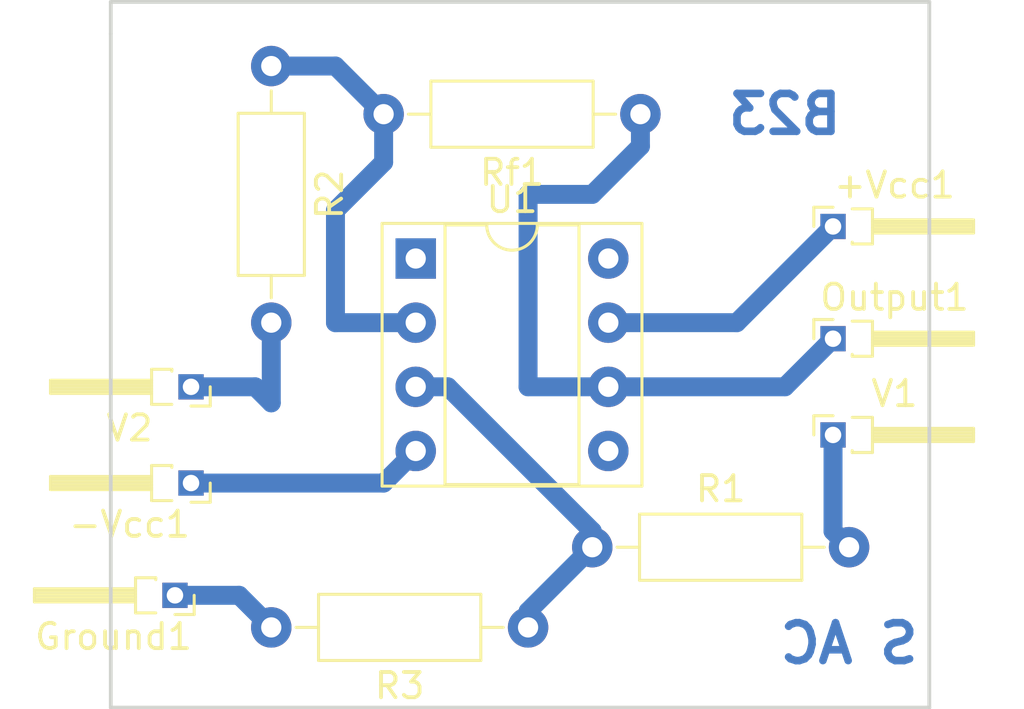
<source format=kicad_pcb>
(kicad_pcb (version 4) (host pcbnew 4.0.7)

  (general
    (links 11)
    (no_connects 0)
    (area 130.7975 73.584999 171.462501 101.81)
    (thickness 1.6)
    (drawings 7)
    (tracks 29)
    (zones 0)
    (modules 11)
    (nets 12)
  )

  (page A4)
  (layers
    (0 F.Cu signal)
    (31 B.Cu signal)
    (32 B.Adhes user)
    (33 F.Adhes user)
    (34 B.Paste user)
    (35 F.Paste user)
    (36 B.SilkS user)
    (37 F.SilkS user)
    (38 B.Mask user)
    (39 F.Mask user)
    (40 Dwgs.User user)
    (41 Cmts.User user)
    (42 Eco1.User user)
    (43 Eco2.User user)
    (44 Edge.Cuts user)
    (45 Margin user)
    (46 B.CrtYd user)
    (47 F.CrtYd user)
    (48 B.Fab user)
    (49 F.Fab user)
  )

  (setup
    (last_trace_width 0.75)
    (trace_clearance 0.2)
    (zone_clearance 0.508)
    (zone_45_only no)
    (trace_min 0.2)
    (segment_width 0.2)
    (edge_width 0.15)
    (via_size 0.6)
    (via_drill 0.4)
    (via_min_size 0.4)
    (via_min_drill 0.3)
    (uvia_size 0.3)
    (uvia_drill 0.1)
    (uvias_allowed no)
    (uvia_min_size 0.2)
    (uvia_min_drill 0.1)
    (pcb_text_width 0.3)
    (pcb_text_size 1.5 1.5)
    (mod_edge_width 0.15)
    (mod_text_size 1 1)
    (mod_text_width 0.15)
    (pad_size 1.524 1.524)
    (pad_drill 0.762)
    (pad_to_mask_clearance 0.2)
    (aux_axis_origin 0 0)
    (visible_elements FFFFFF7F)
    (pcbplotparams
      (layerselection 0x0d030_80000001)
      (usegerberextensions false)
      (excludeedgelayer true)
      (linewidth 0.100000)
      (plotframeref false)
      (viasonmask false)
      (mode 1)
      (useauxorigin false)
      (hpglpennumber 1)
      (hpglpenspeed 20)
      (hpglpendiameter 15)
      (hpglpenoverlay 2)
      (psnegative false)
      (psa4output false)
      (plotreference true)
      (plotvalue true)
      (plotinvisibletext false)
      (padsonsilk false)
      (subtractmaskfromsilk false)
      (outputformat 4)
      (mirror false)
      (drillshape 0)
      (scaleselection 1)
      (outputdirectory ""))
  )

  (net 0 "")
  (net 1 "Net-(+Vcc1-Pad1)")
  (net 2 "Net-(-Vcc1-Pad1)")
  (net 3 "Net-(Ground1-Pad1)")
  (net 4 "Net-(Output1-Pad1)")
  (net 5 "Net-(R1-Pad1)")
  (net 6 "Net-(R1-Pad2)")
  (net 7 "Net-(R2-Pad1)")
  (net 8 "Net-(R2-Pad2)")
  (net 9 "Net-(U1-Pad1)")
  (net 10 "Net-(U1-Pad5)")
  (net 11 "Net-(U1-Pad8)")

  (net_class Default "This is the default net class."
    (clearance 0.2)
    (trace_width 0.75)
    (via_dia 0.6)
    (via_drill 0.4)
    (uvia_dia 0.3)
    (uvia_drill 0.1)
    (add_net "Net-(+Vcc1-Pad1)")
    (add_net "Net-(-Vcc1-Pad1)")
    (add_net "Net-(Ground1-Pad1)")
    (add_net "Net-(Output1-Pad1)")
    (add_net "Net-(R1-Pad1)")
    (add_net "Net-(R1-Pad2)")
    (add_net "Net-(R2-Pad1)")
    (add_net "Net-(R2-Pad2)")
    (add_net "Net-(U1-Pad1)")
    (add_net "Net-(U1-Pad5)")
    (add_net "Net-(U1-Pad8)")
  )

  (module Pin_Headers:Pin_Header_Angled_1x01_Pitch1.27mm (layer F.Cu) (tedit 59650535) (tstamp 5C5C30D9)
    (at 163.83 82.55)
    (descr "Through hole angled pin header, 1x01, 1.27mm pitch, 4.0mm pin length, single row")
    (tags "Through hole angled pin header THT 1x01 1.27mm single row")
    (path /5C5C28AD)
    (fp_text reference +Vcc1 (at 2.4325 -1.635) (layer F.SilkS)
      (effects (font (size 1 1) (thickness 0.15)))
    )
    (fp_text value +12V (at 2.4325 1.635) (layer F.Fab)
      (effects (font (size 1 1) (thickness 0.15)))
    )
    (fp_line (start 0.75 -0.635) (end 1.5 -0.635) (layer F.Fab) (width 0.1))
    (fp_line (start 1.5 -0.635) (end 1.5 0.635) (layer F.Fab) (width 0.1))
    (fp_line (start 1.5 0.635) (end 0.5 0.635) (layer F.Fab) (width 0.1))
    (fp_line (start 0.5 0.635) (end 0.5 -0.385) (layer F.Fab) (width 0.1))
    (fp_line (start 0.5 -0.385) (end 0.75 -0.635) (layer F.Fab) (width 0.1))
    (fp_line (start -0.2 -0.2) (end 0.5 -0.2) (layer F.Fab) (width 0.1))
    (fp_line (start -0.2 -0.2) (end -0.2 0.2) (layer F.Fab) (width 0.1))
    (fp_line (start -0.2 0.2) (end 0.5 0.2) (layer F.Fab) (width 0.1))
    (fp_line (start 1.5 -0.2) (end 5.5 -0.2) (layer F.Fab) (width 0.1))
    (fp_line (start 5.5 -0.2) (end 5.5 0.2) (layer F.Fab) (width 0.1))
    (fp_line (start 1.5 0.2) (end 5.5 0.2) (layer F.Fab) (width 0.1))
    (fp_line (start 0.76 -0.695) (end 1.56 -0.695) (layer F.SilkS) (width 0.12))
    (fp_line (start 1.56 -0.695) (end 1.56 0.695) (layer F.SilkS) (width 0.12))
    (fp_line (start 1.56 0.695) (end 0.76 0.695) (layer F.SilkS) (width 0.12))
    (fp_line (start 0.76 0.695) (end 0.76 0.619677) (layer F.SilkS) (width 0.12))
    (fp_line (start 1.56 -0.26) (end 5.56 -0.26) (layer F.SilkS) (width 0.12))
    (fp_line (start 5.56 -0.26) (end 5.56 0.26) (layer F.SilkS) (width 0.12))
    (fp_line (start 5.56 0.26) (end 1.56 0.26) (layer F.SilkS) (width 0.12))
    (fp_line (start 1.56 -0.2) (end 5.56 -0.2) (layer F.SilkS) (width 0.12))
    (fp_line (start 1.56 -0.08) (end 5.56 -0.08) (layer F.SilkS) (width 0.12))
    (fp_line (start 1.56 0.04) (end 5.56 0.04) (layer F.SilkS) (width 0.12))
    (fp_line (start 1.56 0.16) (end 5.56 0.16) (layer F.SilkS) (width 0.12))
    (fp_line (start -0.76 0) (end -0.76 -0.76) (layer F.SilkS) (width 0.12))
    (fp_line (start -0.76 -0.76) (end 0 -0.76) (layer F.SilkS) (width 0.12))
    (fp_line (start -1.15 -1.15) (end -1.15 1.15) (layer F.CrtYd) (width 0.05))
    (fp_line (start -1.15 1.15) (end 6 1.15) (layer F.CrtYd) (width 0.05))
    (fp_line (start 6 1.15) (end 6 -1.15) (layer F.CrtYd) (width 0.05))
    (fp_line (start 6 -1.15) (end -1.15 -1.15) (layer F.CrtYd) (width 0.05))
    (fp_text user %R (at 1 0 90) (layer F.Fab)
      (effects (font (size 0.6 0.6) (thickness 0.09)))
    )
    (pad 1 thru_hole rect (at 0 0) (size 1 1) (drill 0.65) (layers *.Cu *.Mask)
      (net 1 "Net-(+Vcc1-Pad1)"))
    (model ${KISYS3DMOD}/Pin_Headers.3dshapes/Pin_Header_Angled_1x01_Pitch1.27mm.wrl
      (at (xyz 0 0 0))
      (scale (xyz 1 1 1))
      (rotate (xyz 0 0 0))
    )
  )

  (module Pin_Headers:Pin_Header_Angled_1x01_Pitch1.27mm (layer F.Cu) (tedit 59650535) (tstamp 5C5C30DE)
    (at 138.43 92.71 180)
    (descr "Through hole angled pin header, 1x01, 1.27mm pitch, 4.0mm pin length, single row")
    (tags "Through hole angled pin header THT 1x01 1.27mm single row")
    (path /5C5C28D2)
    (fp_text reference -Vcc1 (at 2.4325 -1.635 180) (layer F.SilkS)
      (effects (font (size 1 1) (thickness 0.15)))
    )
    (fp_text value -12V (at 2.4325 1.635 180) (layer F.Fab)
      (effects (font (size 1 1) (thickness 0.15)))
    )
    (fp_line (start 0.75 -0.635) (end 1.5 -0.635) (layer F.Fab) (width 0.1))
    (fp_line (start 1.5 -0.635) (end 1.5 0.635) (layer F.Fab) (width 0.1))
    (fp_line (start 1.5 0.635) (end 0.5 0.635) (layer F.Fab) (width 0.1))
    (fp_line (start 0.5 0.635) (end 0.5 -0.385) (layer F.Fab) (width 0.1))
    (fp_line (start 0.5 -0.385) (end 0.75 -0.635) (layer F.Fab) (width 0.1))
    (fp_line (start -0.2 -0.2) (end 0.5 -0.2) (layer F.Fab) (width 0.1))
    (fp_line (start -0.2 -0.2) (end -0.2 0.2) (layer F.Fab) (width 0.1))
    (fp_line (start -0.2 0.2) (end 0.5 0.2) (layer F.Fab) (width 0.1))
    (fp_line (start 1.5 -0.2) (end 5.5 -0.2) (layer F.Fab) (width 0.1))
    (fp_line (start 5.5 -0.2) (end 5.5 0.2) (layer F.Fab) (width 0.1))
    (fp_line (start 1.5 0.2) (end 5.5 0.2) (layer F.Fab) (width 0.1))
    (fp_line (start 0.76 -0.695) (end 1.56 -0.695) (layer F.SilkS) (width 0.12))
    (fp_line (start 1.56 -0.695) (end 1.56 0.695) (layer F.SilkS) (width 0.12))
    (fp_line (start 1.56 0.695) (end 0.76 0.695) (layer F.SilkS) (width 0.12))
    (fp_line (start 0.76 0.695) (end 0.76 0.619677) (layer F.SilkS) (width 0.12))
    (fp_line (start 1.56 -0.26) (end 5.56 -0.26) (layer F.SilkS) (width 0.12))
    (fp_line (start 5.56 -0.26) (end 5.56 0.26) (layer F.SilkS) (width 0.12))
    (fp_line (start 5.56 0.26) (end 1.56 0.26) (layer F.SilkS) (width 0.12))
    (fp_line (start 1.56 -0.2) (end 5.56 -0.2) (layer F.SilkS) (width 0.12))
    (fp_line (start 1.56 -0.08) (end 5.56 -0.08) (layer F.SilkS) (width 0.12))
    (fp_line (start 1.56 0.04) (end 5.56 0.04) (layer F.SilkS) (width 0.12))
    (fp_line (start 1.56 0.16) (end 5.56 0.16) (layer F.SilkS) (width 0.12))
    (fp_line (start -0.76 0) (end -0.76 -0.76) (layer F.SilkS) (width 0.12))
    (fp_line (start -0.76 -0.76) (end 0 -0.76) (layer F.SilkS) (width 0.12))
    (fp_line (start -1.15 -1.15) (end -1.15 1.15) (layer F.CrtYd) (width 0.05))
    (fp_line (start -1.15 1.15) (end 6 1.15) (layer F.CrtYd) (width 0.05))
    (fp_line (start 6 1.15) (end 6 -1.15) (layer F.CrtYd) (width 0.05))
    (fp_line (start 6 -1.15) (end -1.15 -1.15) (layer F.CrtYd) (width 0.05))
    (fp_text user %R (at 1 0 270) (layer F.Fab)
      (effects (font (size 0.6 0.6) (thickness 0.09)))
    )
    (pad 1 thru_hole rect (at 0 0 180) (size 1 1) (drill 0.65) (layers *.Cu *.Mask)
      (net 2 "Net-(-Vcc1-Pad1)"))
    (model ${KISYS3DMOD}/Pin_Headers.3dshapes/Pin_Header_Angled_1x01_Pitch1.27mm.wrl
      (at (xyz 0 0 0))
      (scale (xyz 1 1 1))
      (rotate (xyz 0 0 0))
    )
  )

  (module Pin_Headers:Pin_Header_Angled_1x01_Pitch1.27mm (layer F.Cu) (tedit 59650535) (tstamp 5C5C30E3)
    (at 137.795 97.155 180)
    (descr "Through hole angled pin header, 1x01, 1.27mm pitch, 4.0mm pin length, single row")
    (tags "Through hole angled pin header THT 1x01 1.27mm single row")
    (path /5C5C2E96)
    (fp_text reference Ground1 (at 2.4325 -1.635 180) (layer F.SilkS)
      (effects (font (size 1 1) (thickness 0.15)))
    )
    (fp_text value Gnd (at 2.4325 1.635 180) (layer F.Fab)
      (effects (font (size 1 1) (thickness 0.15)))
    )
    (fp_line (start 0.75 -0.635) (end 1.5 -0.635) (layer F.Fab) (width 0.1))
    (fp_line (start 1.5 -0.635) (end 1.5 0.635) (layer F.Fab) (width 0.1))
    (fp_line (start 1.5 0.635) (end 0.5 0.635) (layer F.Fab) (width 0.1))
    (fp_line (start 0.5 0.635) (end 0.5 -0.385) (layer F.Fab) (width 0.1))
    (fp_line (start 0.5 -0.385) (end 0.75 -0.635) (layer F.Fab) (width 0.1))
    (fp_line (start -0.2 -0.2) (end 0.5 -0.2) (layer F.Fab) (width 0.1))
    (fp_line (start -0.2 -0.2) (end -0.2 0.2) (layer F.Fab) (width 0.1))
    (fp_line (start -0.2 0.2) (end 0.5 0.2) (layer F.Fab) (width 0.1))
    (fp_line (start 1.5 -0.2) (end 5.5 -0.2) (layer F.Fab) (width 0.1))
    (fp_line (start 5.5 -0.2) (end 5.5 0.2) (layer F.Fab) (width 0.1))
    (fp_line (start 1.5 0.2) (end 5.5 0.2) (layer F.Fab) (width 0.1))
    (fp_line (start 0.76 -0.695) (end 1.56 -0.695) (layer F.SilkS) (width 0.12))
    (fp_line (start 1.56 -0.695) (end 1.56 0.695) (layer F.SilkS) (width 0.12))
    (fp_line (start 1.56 0.695) (end 0.76 0.695) (layer F.SilkS) (width 0.12))
    (fp_line (start 0.76 0.695) (end 0.76 0.619677) (layer F.SilkS) (width 0.12))
    (fp_line (start 1.56 -0.26) (end 5.56 -0.26) (layer F.SilkS) (width 0.12))
    (fp_line (start 5.56 -0.26) (end 5.56 0.26) (layer F.SilkS) (width 0.12))
    (fp_line (start 5.56 0.26) (end 1.56 0.26) (layer F.SilkS) (width 0.12))
    (fp_line (start 1.56 -0.2) (end 5.56 -0.2) (layer F.SilkS) (width 0.12))
    (fp_line (start 1.56 -0.08) (end 5.56 -0.08) (layer F.SilkS) (width 0.12))
    (fp_line (start 1.56 0.04) (end 5.56 0.04) (layer F.SilkS) (width 0.12))
    (fp_line (start 1.56 0.16) (end 5.56 0.16) (layer F.SilkS) (width 0.12))
    (fp_line (start -0.76 0) (end -0.76 -0.76) (layer F.SilkS) (width 0.12))
    (fp_line (start -0.76 -0.76) (end 0 -0.76) (layer F.SilkS) (width 0.12))
    (fp_line (start -1.15 -1.15) (end -1.15 1.15) (layer F.CrtYd) (width 0.05))
    (fp_line (start -1.15 1.15) (end 6 1.15) (layer F.CrtYd) (width 0.05))
    (fp_line (start 6 1.15) (end 6 -1.15) (layer F.CrtYd) (width 0.05))
    (fp_line (start 6 -1.15) (end -1.15 -1.15) (layer F.CrtYd) (width 0.05))
    (fp_text user %R (at 1 0 270) (layer F.Fab)
      (effects (font (size 0.6 0.6) (thickness 0.09)))
    )
    (pad 1 thru_hole rect (at 0 0 180) (size 1 1) (drill 0.65) (layers *.Cu *.Mask)
      (net 3 "Net-(Ground1-Pad1)"))
    (model ${KISYS3DMOD}/Pin_Headers.3dshapes/Pin_Header_Angled_1x01_Pitch1.27mm.wrl
      (at (xyz 0 0 0))
      (scale (xyz 1 1 1))
      (rotate (xyz 0 0 0))
    )
  )

  (module Pin_Headers:Pin_Header_Angled_1x01_Pitch1.27mm (layer F.Cu) (tedit 59650535) (tstamp 5C5C30E8)
    (at 163.83 86.995)
    (descr "Through hole angled pin header, 1x01, 1.27mm pitch, 4.0mm pin length, single row")
    (tags "Through hole angled pin header THT 1x01 1.27mm single row")
    (path /5C5C28FD)
    (fp_text reference Output1 (at 2.4325 -1.635) (layer F.SilkS)
      (effects (font (size 1 1) (thickness 0.15)))
    )
    (fp_text value CRO (at 2.4325 1.635) (layer F.Fab)
      (effects (font (size 1 1) (thickness 0.15)))
    )
    (fp_line (start 0.75 -0.635) (end 1.5 -0.635) (layer F.Fab) (width 0.1))
    (fp_line (start 1.5 -0.635) (end 1.5 0.635) (layer F.Fab) (width 0.1))
    (fp_line (start 1.5 0.635) (end 0.5 0.635) (layer F.Fab) (width 0.1))
    (fp_line (start 0.5 0.635) (end 0.5 -0.385) (layer F.Fab) (width 0.1))
    (fp_line (start 0.5 -0.385) (end 0.75 -0.635) (layer F.Fab) (width 0.1))
    (fp_line (start -0.2 -0.2) (end 0.5 -0.2) (layer F.Fab) (width 0.1))
    (fp_line (start -0.2 -0.2) (end -0.2 0.2) (layer F.Fab) (width 0.1))
    (fp_line (start -0.2 0.2) (end 0.5 0.2) (layer F.Fab) (width 0.1))
    (fp_line (start 1.5 -0.2) (end 5.5 -0.2) (layer F.Fab) (width 0.1))
    (fp_line (start 5.5 -0.2) (end 5.5 0.2) (layer F.Fab) (width 0.1))
    (fp_line (start 1.5 0.2) (end 5.5 0.2) (layer F.Fab) (width 0.1))
    (fp_line (start 0.76 -0.695) (end 1.56 -0.695) (layer F.SilkS) (width 0.12))
    (fp_line (start 1.56 -0.695) (end 1.56 0.695) (layer F.SilkS) (width 0.12))
    (fp_line (start 1.56 0.695) (end 0.76 0.695) (layer F.SilkS) (width 0.12))
    (fp_line (start 0.76 0.695) (end 0.76 0.619677) (layer F.SilkS) (width 0.12))
    (fp_line (start 1.56 -0.26) (end 5.56 -0.26) (layer F.SilkS) (width 0.12))
    (fp_line (start 5.56 -0.26) (end 5.56 0.26) (layer F.SilkS) (width 0.12))
    (fp_line (start 5.56 0.26) (end 1.56 0.26) (layer F.SilkS) (width 0.12))
    (fp_line (start 1.56 -0.2) (end 5.56 -0.2) (layer F.SilkS) (width 0.12))
    (fp_line (start 1.56 -0.08) (end 5.56 -0.08) (layer F.SilkS) (width 0.12))
    (fp_line (start 1.56 0.04) (end 5.56 0.04) (layer F.SilkS) (width 0.12))
    (fp_line (start 1.56 0.16) (end 5.56 0.16) (layer F.SilkS) (width 0.12))
    (fp_line (start -0.76 0) (end -0.76 -0.76) (layer F.SilkS) (width 0.12))
    (fp_line (start -0.76 -0.76) (end 0 -0.76) (layer F.SilkS) (width 0.12))
    (fp_line (start -1.15 -1.15) (end -1.15 1.15) (layer F.CrtYd) (width 0.05))
    (fp_line (start -1.15 1.15) (end 6 1.15) (layer F.CrtYd) (width 0.05))
    (fp_line (start 6 1.15) (end 6 -1.15) (layer F.CrtYd) (width 0.05))
    (fp_line (start 6 -1.15) (end -1.15 -1.15) (layer F.CrtYd) (width 0.05))
    (fp_text user %R (at 1 0 90) (layer F.Fab)
      (effects (font (size 0.6 0.6) (thickness 0.09)))
    )
    (pad 1 thru_hole rect (at 0 0) (size 1 1) (drill 0.65) (layers *.Cu *.Mask)
      (net 4 "Net-(Output1-Pad1)"))
    (model ${KISYS3DMOD}/Pin_Headers.3dshapes/Pin_Header_Angled_1x01_Pitch1.27mm.wrl
      (at (xyz 0 0 0))
      (scale (xyz 1 1 1))
      (rotate (xyz 0 0 0))
    )
  )

  (module Resistors_THT:R_Axial_DIN0207_L6.3mm_D2.5mm_P10.16mm_Horizontal (layer F.Cu) (tedit 5874F706) (tstamp 5C5C30EE)
    (at 154.305 95.25)
    (descr "Resistor, Axial_DIN0207 series, Axial, Horizontal, pin pitch=10.16mm, 0.25W = 1/4W, length*diameter=6.3*2.5mm^2, http://cdn-reichelt.de/documents/datenblatt/B400/1_4W%23YAG.pdf")
    (tags "Resistor Axial_DIN0207 series Axial Horizontal pin pitch 10.16mm 0.25W = 1/4W length 6.3mm diameter 2.5mm")
    (path /5C5C27BF)
    (fp_text reference R1 (at 5.08 -2.31) (layer F.SilkS)
      (effects (font (size 1 1) (thickness 0.15)))
    )
    (fp_text value "1k ohm" (at 5.08 2.31) (layer F.Fab)
      (effects (font (size 1 1) (thickness 0.15)))
    )
    (fp_line (start 1.93 -1.25) (end 1.93 1.25) (layer F.Fab) (width 0.1))
    (fp_line (start 1.93 1.25) (end 8.23 1.25) (layer F.Fab) (width 0.1))
    (fp_line (start 8.23 1.25) (end 8.23 -1.25) (layer F.Fab) (width 0.1))
    (fp_line (start 8.23 -1.25) (end 1.93 -1.25) (layer F.Fab) (width 0.1))
    (fp_line (start 0 0) (end 1.93 0) (layer F.Fab) (width 0.1))
    (fp_line (start 10.16 0) (end 8.23 0) (layer F.Fab) (width 0.1))
    (fp_line (start 1.87 -1.31) (end 1.87 1.31) (layer F.SilkS) (width 0.12))
    (fp_line (start 1.87 1.31) (end 8.29 1.31) (layer F.SilkS) (width 0.12))
    (fp_line (start 8.29 1.31) (end 8.29 -1.31) (layer F.SilkS) (width 0.12))
    (fp_line (start 8.29 -1.31) (end 1.87 -1.31) (layer F.SilkS) (width 0.12))
    (fp_line (start 0.98 0) (end 1.87 0) (layer F.SilkS) (width 0.12))
    (fp_line (start 9.18 0) (end 8.29 0) (layer F.SilkS) (width 0.12))
    (fp_line (start -1.05 -1.6) (end -1.05 1.6) (layer F.CrtYd) (width 0.05))
    (fp_line (start -1.05 1.6) (end 11.25 1.6) (layer F.CrtYd) (width 0.05))
    (fp_line (start 11.25 1.6) (end 11.25 -1.6) (layer F.CrtYd) (width 0.05))
    (fp_line (start 11.25 -1.6) (end -1.05 -1.6) (layer F.CrtYd) (width 0.05))
    (pad 1 thru_hole circle (at 0 0) (size 1.6 1.6) (drill 0.8) (layers *.Cu *.Mask)
      (net 5 "Net-(R1-Pad1)"))
    (pad 2 thru_hole oval (at 10.16 0) (size 1.6 1.6) (drill 0.8) (layers *.Cu *.Mask)
      (net 6 "Net-(R1-Pad2)"))
    (model ${KISYS3DMOD}/Resistors_THT.3dshapes/R_Axial_DIN0207_L6.3mm_D2.5mm_P10.16mm_Horizontal.wrl
      (at (xyz 0 0 0))
      (scale (xyz 0.393701 0.393701 0.393701))
      (rotate (xyz 0 0 0))
    )
  )

  (module Resistors_THT:R_Axial_DIN0207_L6.3mm_D2.5mm_P10.16mm_Horizontal (layer F.Cu) (tedit 5874F706) (tstamp 5C5C30F4)
    (at 141.605 76.2 270)
    (descr "Resistor, Axial_DIN0207 series, Axial, Horizontal, pin pitch=10.16mm, 0.25W = 1/4W, length*diameter=6.3*2.5mm^2, http://cdn-reichelt.de/documents/datenblatt/B400/1_4W%23YAG.pdf")
    (tags "Resistor Axial_DIN0207 series Axial Horizontal pin pitch 10.16mm 0.25W = 1/4W length 6.3mm diameter 2.5mm")
    (path /5C5C27A2)
    (fp_text reference R2 (at 5.08 -2.31 270) (layer F.SilkS)
      (effects (font (size 1 1) (thickness 0.15)))
    )
    (fp_text value "1k ohm" (at 5.08 2.31 270) (layer F.Fab)
      (effects (font (size 1 1) (thickness 0.15)))
    )
    (fp_line (start 1.93 -1.25) (end 1.93 1.25) (layer F.Fab) (width 0.1))
    (fp_line (start 1.93 1.25) (end 8.23 1.25) (layer F.Fab) (width 0.1))
    (fp_line (start 8.23 1.25) (end 8.23 -1.25) (layer F.Fab) (width 0.1))
    (fp_line (start 8.23 -1.25) (end 1.93 -1.25) (layer F.Fab) (width 0.1))
    (fp_line (start 0 0) (end 1.93 0) (layer F.Fab) (width 0.1))
    (fp_line (start 10.16 0) (end 8.23 0) (layer F.Fab) (width 0.1))
    (fp_line (start 1.87 -1.31) (end 1.87 1.31) (layer F.SilkS) (width 0.12))
    (fp_line (start 1.87 1.31) (end 8.29 1.31) (layer F.SilkS) (width 0.12))
    (fp_line (start 8.29 1.31) (end 8.29 -1.31) (layer F.SilkS) (width 0.12))
    (fp_line (start 8.29 -1.31) (end 1.87 -1.31) (layer F.SilkS) (width 0.12))
    (fp_line (start 0.98 0) (end 1.87 0) (layer F.SilkS) (width 0.12))
    (fp_line (start 9.18 0) (end 8.29 0) (layer F.SilkS) (width 0.12))
    (fp_line (start -1.05 -1.6) (end -1.05 1.6) (layer F.CrtYd) (width 0.05))
    (fp_line (start -1.05 1.6) (end 11.25 1.6) (layer F.CrtYd) (width 0.05))
    (fp_line (start 11.25 1.6) (end 11.25 -1.6) (layer F.CrtYd) (width 0.05))
    (fp_line (start 11.25 -1.6) (end -1.05 -1.6) (layer F.CrtYd) (width 0.05))
    (pad 1 thru_hole circle (at 0 0 270) (size 1.6 1.6) (drill 0.8) (layers *.Cu *.Mask)
      (net 7 "Net-(R2-Pad1)"))
    (pad 2 thru_hole oval (at 10.16 0 270) (size 1.6 1.6) (drill 0.8) (layers *.Cu *.Mask)
      (net 8 "Net-(R2-Pad2)"))
    (model ${KISYS3DMOD}/Resistors_THT.3dshapes/R_Axial_DIN0207_L6.3mm_D2.5mm_P10.16mm_Horizontal.wrl
      (at (xyz 0 0 0))
      (scale (xyz 0.393701 0.393701 0.393701))
      (rotate (xyz 0 0 0))
    )
  )

  (module Resistors_THT:R_Axial_DIN0207_L6.3mm_D2.5mm_P10.16mm_Horizontal (layer F.Cu) (tedit 5874F706) (tstamp 5C5C30FA)
    (at 151.765 98.425 180)
    (descr "Resistor, Axial_DIN0207 series, Axial, Horizontal, pin pitch=10.16mm, 0.25W = 1/4W, length*diameter=6.3*2.5mm^2, http://cdn-reichelt.de/documents/datenblatt/B400/1_4W%23YAG.pdf")
    (tags "Resistor Axial_DIN0207 series Axial Horizontal pin pitch 10.16mm 0.25W = 1/4W length 6.3mm diameter 2.5mm")
    (path /5C5C2777)
    (fp_text reference R3 (at 5.08 -2.31 180) (layer F.SilkS)
      (effects (font (size 1 1) (thickness 0.15)))
    )
    (fp_text value "1k ohm" (at 5.08 2.31 180) (layer F.Fab)
      (effects (font (size 1 1) (thickness 0.15)))
    )
    (fp_line (start 1.93 -1.25) (end 1.93 1.25) (layer F.Fab) (width 0.1))
    (fp_line (start 1.93 1.25) (end 8.23 1.25) (layer F.Fab) (width 0.1))
    (fp_line (start 8.23 1.25) (end 8.23 -1.25) (layer F.Fab) (width 0.1))
    (fp_line (start 8.23 -1.25) (end 1.93 -1.25) (layer F.Fab) (width 0.1))
    (fp_line (start 0 0) (end 1.93 0) (layer F.Fab) (width 0.1))
    (fp_line (start 10.16 0) (end 8.23 0) (layer F.Fab) (width 0.1))
    (fp_line (start 1.87 -1.31) (end 1.87 1.31) (layer F.SilkS) (width 0.12))
    (fp_line (start 1.87 1.31) (end 8.29 1.31) (layer F.SilkS) (width 0.12))
    (fp_line (start 8.29 1.31) (end 8.29 -1.31) (layer F.SilkS) (width 0.12))
    (fp_line (start 8.29 -1.31) (end 1.87 -1.31) (layer F.SilkS) (width 0.12))
    (fp_line (start 0.98 0) (end 1.87 0) (layer F.SilkS) (width 0.12))
    (fp_line (start 9.18 0) (end 8.29 0) (layer F.SilkS) (width 0.12))
    (fp_line (start -1.05 -1.6) (end -1.05 1.6) (layer F.CrtYd) (width 0.05))
    (fp_line (start -1.05 1.6) (end 11.25 1.6) (layer F.CrtYd) (width 0.05))
    (fp_line (start 11.25 1.6) (end 11.25 -1.6) (layer F.CrtYd) (width 0.05))
    (fp_line (start 11.25 -1.6) (end -1.05 -1.6) (layer F.CrtYd) (width 0.05))
    (pad 1 thru_hole circle (at 0 0 180) (size 1.6 1.6) (drill 0.8) (layers *.Cu *.Mask)
      (net 5 "Net-(R1-Pad1)"))
    (pad 2 thru_hole oval (at 10.16 0 180) (size 1.6 1.6) (drill 0.8) (layers *.Cu *.Mask)
      (net 3 "Net-(Ground1-Pad1)"))
    (model ${KISYS3DMOD}/Resistors_THT.3dshapes/R_Axial_DIN0207_L6.3mm_D2.5mm_P10.16mm_Horizontal.wrl
      (at (xyz 0 0 0))
      (scale (xyz 0.393701 0.393701 0.393701))
      (rotate (xyz 0 0 0))
    )
  )

  (module Resistors_THT:R_Axial_DIN0207_L6.3mm_D2.5mm_P10.16mm_Horizontal (layer F.Cu) (tedit 5874F706) (tstamp 5C5C3100)
    (at 156.21 78.105 180)
    (descr "Resistor, Axial_DIN0207 series, Axial, Horizontal, pin pitch=10.16mm, 0.25W = 1/4W, length*diameter=6.3*2.5mm^2, http://cdn-reichelt.de/documents/datenblatt/B400/1_4W%23YAG.pdf")
    (tags "Resistor Axial_DIN0207 series Axial Horizontal pin pitch 10.16mm 0.25W = 1/4W length 6.3mm diameter 2.5mm")
    (path /5C5C2824)
    (fp_text reference Rf1 (at 5.08 -2.31 180) (layer F.SilkS)
      (effects (font (size 1 1) (thickness 0.15)))
    )
    (fp_text value "1k ohm" (at 5.08 2.31 180) (layer F.Fab)
      (effects (font (size 1 1) (thickness 0.15)))
    )
    (fp_line (start 1.93 -1.25) (end 1.93 1.25) (layer F.Fab) (width 0.1))
    (fp_line (start 1.93 1.25) (end 8.23 1.25) (layer F.Fab) (width 0.1))
    (fp_line (start 8.23 1.25) (end 8.23 -1.25) (layer F.Fab) (width 0.1))
    (fp_line (start 8.23 -1.25) (end 1.93 -1.25) (layer F.Fab) (width 0.1))
    (fp_line (start 0 0) (end 1.93 0) (layer F.Fab) (width 0.1))
    (fp_line (start 10.16 0) (end 8.23 0) (layer F.Fab) (width 0.1))
    (fp_line (start 1.87 -1.31) (end 1.87 1.31) (layer F.SilkS) (width 0.12))
    (fp_line (start 1.87 1.31) (end 8.29 1.31) (layer F.SilkS) (width 0.12))
    (fp_line (start 8.29 1.31) (end 8.29 -1.31) (layer F.SilkS) (width 0.12))
    (fp_line (start 8.29 -1.31) (end 1.87 -1.31) (layer F.SilkS) (width 0.12))
    (fp_line (start 0.98 0) (end 1.87 0) (layer F.SilkS) (width 0.12))
    (fp_line (start 9.18 0) (end 8.29 0) (layer F.SilkS) (width 0.12))
    (fp_line (start -1.05 -1.6) (end -1.05 1.6) (layer F.CrtYd) (width 0.05))
    (fp_line (start -1.05 1.6) (end 11.25 1.6) (layer F.CrtYd) (width 0.05))
    (fp_line (start 11.25 1.6) (end 11.25 -1.6) (layer F.CrtYd) (width 0.05))
    (fp_line (start 11.25 -1.6) (end -1.05 -1.6) (layer F.CrtYd) (width 0.05))
    (pad 1 thru_hole circle (at 0 0 180) (size 1.6 1.6) (drill 0.8) (layers *.Cu *.Mask)
      (net 4 "Net-(Output1-Pad1)"))
    (pad 2 thru_hole oval (at 10.16 0 180) (size 1.6 1.6) (drill 0.8) (layers *.Cu *.Mask)
      (net 7 "Net-(R2-Pad1)"))
    (model ${KISYS3DMOD}/Resistors_THT.3dshapes/R_Axial_DIN0207_L6.3mm_D2.5mm_P10.16mm_Horizontal.wrl
      (at (xyz 0 0 0))
      (scale (xyz 0.393701 0.393701 0.393701))
      (rotate (xyz 0 0 0))
    )
  )

  (module Housings_DIP:DIP-8_W7.62mm_Socket (layer F.Cu) (tedit 59C78D6B) (tstamp 5C5C310C)
    (at 147.32 83.82)
    (descr "8-lead though-hole mounted DIP package, row spacing 7.62 mm (300 mils), Socket")
    (tags "THT DIP DIL PDIP 2.54mm 7.62mm 300mil Socket")
    (path /5C5C26F0)
    (fp_text reference U1 (at 3.81 -2.33) (layer F.SilkS)
      (effects (font (size 1 1) (thickness 0.15)))
    )
    (fp_text value LM741 (at 3.81 9.95) (layer F.Fab)
      (effects (font (size 1 1) (thickness 0.15)))
    )
    (fp_arc (start 3.81 -1.33) (end 2.81 -1.33) (angle -180) (layer F.SilkS) (width 0.12))
    (fp_line (start 1.635 -1.27) (end 6.985 -1.27) (layer F.Fab) (width 0.1))
    (fp_line (start 6.985 -1.27) (end 6.985 8.89) (layer F.Fab) (width 0.1))
    (fp_line (start 6.985 8.89) (end 0.635 8.89) (layer F.Fab) (width 0.1))
    (fp_line (start 0.635 8.89) (end 0.635 -0.27) (layer F.Fab) (width 0.1))
    (fp_line (start 0.635 -0.27) (end 1.635 -1.27) (layer F.Fab) (width 0.1))
    (fp_line (start -1.27 -1.33) (end -1.27 8.95) (layer F.Fab) (width 0.1))
    (fp_line (start -1.27 8.95) (end 8.89 8.95) (layer F.Fab) (width 0.1))
    (fp_line (start 8.89 8.95) (end 8.89 -1.33) (layer F.Fab) (width 0.1))
    (fp_line (start 8.89 -1.33) (end -1.27 -1.33) (layer F.Fab) (width 0.1))
    (fp_line (start 2.81 -1.33) (end 1.16 -1.33) (layer F.SilkS) (width 0.12))
    (fp_line (start 1.16 -1.33) (end 1.16 8.95) (layer F.SilkS) (width 0.12))
    (fp_line (start 1.16 8.95) (end 6.46 8.95) (layer F.SilkS) (width 0.12))
    (fp_line (start 6.46 8.95) (end 6.46 -1.33) (layer F.SilkS) (width 0.12))
    (fp_line (start 6.46 -1.33) (end 4.81 -1.33) (layer F.SilkS) (width 0.12))
    (fp_line (start -1.33 -1.39) (end -1.33 9.01) (layer F.SilkS) (width 0.12))
    (fp_line (start -1.33 9.01) (end 8.95 9.01) (layer F.SilkS) (width 0.12))
    (fp_line (start 8.95 9.01) (end 8.95 -1.39) (layer F.SilkS) (width 0.12))
    (fp_line (start 8.95 -1.39) (end -1.33 -1.39) (layer F.SilkS) (width 0.12))
    (fp_line (start -1.55 -1.6) (end -1.55 9.2) (layer F.CrtYd) (width 0.05))
    (fp_line (start -1.55 9.2) (end 9.15 9.2) (layer F.CrtYd) (width 0.05))
    (fp_line (start 9.15 9.2) (end 9.15 -1.6) (layer F.CrtYd) (width 0.05))
    (fp_line (start 9.15 -1.6) (end -1.55 -1.6) (layer F.CrtYd) (width 0.05))
    (fp_text user %R (at 3.81 3.81) (layer F.Fab)
      (effects (font (size 1 1) (thickness 0.15)))
    )
    (pad 1 thru_hole rect (at 0 0) (size 1.6 1.6) (drill 0.8) (layers *.Cu *.Mask)
      (net 9 "Net-(U1-Pad1)"))
    (pad 5 thru_hole oval (at 7.62 7.62) (size 1.6 1.6) (drill 0.8) (layers *.Cu *.Mask)
      (net 10 "Net-(U1-Pad5)"))
    (pad 2 thru_hole oval (at 0 2.54) (size 1.6 1.6) (drill 0.8) (layers *.Cu *.Mask)
      (net 7 "Net-(R2-Pad1)"))
    (pad 6 thru_hole oval (at 7.62 5.08) (size 1.6 1.6) (drill 0.8) (layers *.Cu *.Mask)
      (net 4 "Net-(Output1-Pad1)"))
    (pad 3 thru_hole oval (at 0 5.08) (size 1.6 1.6) (drill 0.8) (layers *.Cu *.Mask)
      (net 5 "Net-(R1-Pad1)"))
    (pad 7 thru_hole oval (at 7.62 2.54) (size 1.6 1.6) (drill 0.8) (layers *.Cu *.Mask)
      (net 1 "Net-(+Vcc1-Pad1)"))
    (pad 4 thru_hole oval (at 0 7.62) (size 1.6 1.6) (drill 0.8) (layers *.Cu *.Mask)
      (net 2 "Net-(-Vcc1-Pad1)"))
    (pad 8 thru_hole oval (at 7.62 0) (size 1.6 1.6) (drill 0.8) (layers *.Cu *.Mask)
      (net 11 "Net-(U1-Pad8)"))
    (model ${KISYS3DMOD}/Housings_DIP.3dshapes/DIP-8_W7.62mm_Socket.wrl
      (at (xyz 0 0 0))
      (scale (xyz 1 1 1))
      (rotate (xyz 0 0 0))
    )
  )

  (module Pin_Headers:Pin_Header_Angled_1x01_Pitch1.27mm (layer F.Cu) (tedit 59650535) (tstamp 5C5C3111)
    (at 163.83 90.805)
    (descr "Through hole angled pin header, 1x01, 1.27mm pitch, 4.0mm pin length, single row")
    (tags "Through hole angled pin header THT 1x01 1.27mm single row")
    (path /5C5C2957)
    (fp_text reference V1 (at 2.4325 -1.635) (layer F.SilkS)
      (effects (font (size 1 1) (thickness 0.15)))
    )
    (fp_text value "sine 1V 1kHz" (at 2.4325 1.635) (layer F.Fab)
      (effects (font (size 1 1) (thickness 0.15)))
    )
    (fp_line (start 0.75 -0.635) (end 1.5 -0.635) (layer F.Fab) (width 0.1))
    (fp_line (start 1.5 -0.635) (end 1.5 0.635) (layer F.Fab) (width 0.1))
    (fp_line (start 1.5 0.635) (end 0.5 0.635) (layer F.Fab) (width 0.1))
    (fp_line (start 0.5 0.635) (end 0.5 -0.385) (layer F.Fab) (width 0.1))
    (fp_line (start 0.5 -0.385) (end 0.75 -0.635) (layer F.Fab) (width 0.1))
    (fp_line (start -0.2 -0.2) (end 0.5 -0.2) (layer F.Fab) (width 0.1))
    (fp_line (start -0.2 -0.2) (end -0.2 0.2) (layer F.Fab) (width 0.1))
    (fp_line (start -0.2 0.2) (end 0.5 0.2) (layer F.Fab) (width 0.1))
    (fp_line (start 1.5 -0.2) (end 5.5 -0.2) (layer F.Fab) (width 0.1))
    (fp_line (start 5.5 -0.2) (end 5.5 0.2) (layer F.Fab) (width 0.1))
    (fp_line (start 1.5 0.2) (end 5.5 0.2) (layer F.Fab) (width 0.1))
    (fp_line (start 0.76 -0.695) (end 1.56 -0.695) (layer F.SilkS) (width 0.12))
    (fp_line (start 1.56 -0.695) (end 1.56 0.695) (layer F.SilkS) (width 0.12))
    (fp_line (start 1.56 0.695) (end 0.76 0.695) (layer F.SilkS) (width 0.12))
    (fp_line (start 0.76 0.695) (end 0.76 0.619677) (layer F.SilkS) (width 0.12))
    (fp_line (start 1.56 -0.26) (end 5.56 -0.26) (layer F.SilkS) (width 0.12))
    (fp_line (start 5.56 -0.26) (end 5.56 0.26) (layer F.SilkS) (width 0.12))
    (fp_line (start 5.56 0.26) (end 1.56 0.26) (layer F.SilkS) (width 0.12))
    (fp_line (start 1.56 -0.2) (end 5.56 -0.2) (layer F.SilkS) (width 0.12))
    (fp_line (start 1.56 -0.08) (end 5.56 -0.08) (layer F.SilkS) (width 0.12))
    (fp_line (start 1.56 0.04) (end 5.56 0.04) (layer F.SilkS) (width 0.12))
    (fp_line (start 1.56 0.16) (end 5.56 0.16) (layer F.SilkS) (width 0.12))
    (fp_line (start -0.76 0) (end -0.76 -0.76) (layer F.SilkS) (width 0.12))
    (fp_line (start -0.76 -0.76) (end 0 -0.76) (layer F.SilkS) (width 0.12))
    (fp_line (start -1.15 -1.15) (end -1.15 1.15) (layer F.CrtYd) (width 0.05))
    (fp_line (start -1.15 1.15) (end 6 1.15) (layer F.CrtYd) (width 0.05))
    (fp_line (start 6 1.15) (end 6 -1.15) (layer F.CrtYd) (width 0.05))
    (fp_line (start 6 -1.15) (end -1.15 -1.15) (layer F.CrtYd) (width 0.05))
    (fp_text user %R (at 1 0 90) (layer F.Fab)
      (effects (font (size 0.6 0.6) (thickness 0.09)))
    )
    (pad 1 thru_hole rect (at 0 0) (size 1 1) (drill 0.65) (layers *.Cu *.Mask)
      (net 6 "Net-(R1-Pad2)"))
    (model ${KISYS3DMOD}/Pin_Headers.3dshapes/Pin_Header_Angled_1x01_Pitch1.27mm.wrl
      (at (xyz 0 0 0))
      (scale (xyz 1 1 1))
      (rotate (xyz 0 0 0))
    )
  )

  (module Pin_Headers:Pin_Header_Angled_1x01_Pitch1.27mm (layer F.Cu) (tedit 59650535) (tstamp 5C5C3116)
    (at 138.43 88.9 180)
    (descr "Through hole angled pin header, 1x01, 1.27mm pitch, 4.0mm pin length, single row")
    (tags "Through hole angled pin header THT 1x01 1.27mm single row")
    (path /5C5C2930)
    (fp_text reference V2 (at 2.4325 -1.635 180) (layer F.SilkS)
      (effects (font (size 1 1) (thickness 0.15)))
    )
    (fp_text value "sine 5V 1kHz" (at 2.4325 1.635 180) (layer F.Fab)
      (effects (font (size 1 1) (thickness 0.15)))
    )
    (fp_line (start 0.75 -0.635) (end 1.5 -0.635) (layer F.Fab) (width 0.1))
    (fp_line (start 1.5 -0.635) (end 1.5 0.635) (layer F.Fab) (width 0.1))
    (fp_line (start 1.5 0.635) (end 0.5 0.635) (layer F.Fab) (width 0.1))
    (fp_line (start 0.5 0.635) (end 0.5 -0.385) (layer F.Fab) (width 0.1))
    (fp_line (start 0.5 -0.385) (end 0.75 -0.635) (layer F.Fab) (width 0.1))
    (fp_line (start -0.2 -0.2) (end 0.5 -0.2) (layer F.Fab) (width 0.1))
    (fp_line (start -0.2 -0.2) (end -0.2 0.2) (layer F.Fab) (width 0.1))
    (fp_line (start -0.2 0.2) (end 0.5 0.2) (layer F.Fab) (width 0.1))
    (fp_line (start 1.5 -0.2) (end 5.5 -0.2) (layer F.Fab) (width 0.1))
    (fp_line (start 5.5 -0.2) (end 5.5 0.2) (layer F.Fab) (width 0.1))
    (fp_line (start 1.5 0.2) (end 5.5 0.2) (layer F.Fab) (width 0.1))
    (fp_line (start 0.76 -0.695) (end 1.56 -0.695) (layer F.SilkS) (width 0.12))
    (fp_line (start 1.56 -0.695) (end 1.56 0.695) (layer F.SilkS) (width 0.12))
    (fp_line (start 1.56 0.695) (end 0.76 0.695) (layer F.SilkS) (width 0.12))
    (fp_line (start 0.76 0.695) (end 0.76 0.619677) (layer F.SilkS) (width 0.12))
    (fp_line (start 1.56 -0.26) (end 5.56 -0.26) (layer F.SilkS) (width 0.12))
    (fp_line (start 5.56 -0.26) (end 5.56 0.26) (layer F.SilkS) (width 0.12))
    (fp_line (start 5.56 0.26) (end 1.56 0.26) (layer F.SilkS) (width 0.12))
    (fp_line (start 1.56 -0.2) (end 5.56 -0.2) (layer F.SilkS) (width 0.12))
    (fp_line (start 1.56 -0.08) (end 5.56 -0.08) (layer F.SilkS) (width 0.12))
    (fp_line (start 1.56 0.04) (end 5.56 0.04) (layer F.SilkS) (width 0.12))
    (fp_line (start 1.56 0.16) (end 5.56 0.16) (layer F.SilkS) (width 0.12))
    (fp_line (start -0.76 0) (end -0.76 -0.76) (layer F.SilkS) (width 0.12))
    (fp_line (start -0.76 -0.76) (end 0 -0.76) (layer F.SilkS) (width 0.12))
    (fp_line (start -1.15 -1.15) (end -1.15 1.15) (layer F.CrtYd) (width 0.05))
    (fp_line (start -1.15 1.15) (end 6 1.15) (layer F.CrtYd) (width 0.05))
    (fp_line (start 6 1.15) (end 6 -1.15) (layer F.CrtYd) (width 0.05))
    (fp_line (start 6 -1.15) (end -1.15 -1.15) (layer F.CrtYd) (width 0.05))
    (fp_text user %R (at 1 0 270) (layer F.Fab)
      (effects (font (size 0.6 0.6) (thickness 0.09)))
    )
    (pad 1 thru_hole rect (at 0 0 180) (size 1 1) (drill 0.65) (layers *.Cu *.Mask)
      (net 8 "Net-(R2-Pad2)"))
    (model ${KISYS3DMOD}/Pin_Headers.3dshapes/Pin_Header_Angled_1x01_Pitch1.27mm.wrl
      (at (xyz 0 0 0))
      (scale (xyz 1 1 1))
      (rotate (xyz 0 0 0))
    )
  )

  (gr_line (start 135.255 73.66) (end 135.255 74.93) (angle 90) (layer Edge.Cuts) (width 0.15))
  (gr_line (start 167.64 73.66) (end 135.255 73.66) (angle 90) (layer Edge.Cuts) (width 0.15))
  (gr_line (start 167.64 101.6) (end 167.64 73.66) (angle 90) (layer Edge.Cuts) (width 0.15))
  (gr_line (start 135.255 101.6) (end 167.64 101.6) (angle 90) (layer Edge.Cuts) (width 0.15))
  (gr_line (start 135.255 74.93) (end 135.255 101.6) (angle 90) (layer Edge.Cuts) (width 0.15))
  (gr_text "S AC" (at 164.465 99.06) (layer B.Cu)
    (effects (font (size 1.5 1.5) (thickness 0.3)) (justify mirror))
  )
  (gr_text B23 (at 161.925 78.105) (layer B.Cu)
    (effects (font (size 1.5 1.5) (thickness 0.3)) (justify mirror))
  )

  (segment (start 154.94 86.36) (end 160.02 86.36) (width 0.75) (layer B.Cu) (net 1) (status 400000))
  (segment (start 160.02 86.36) (end 163.83 82.55) (width 0.75) (layer B.Cu) (net 1) (tstamp 5C5C3236) (status 800000))
  (segment (start 138.43 92.71) (end 146.05 92.71) (width 0.75) (layer B.Cu) (net 2) (status 400000))
  (segment (start 146.05 92.71) (end 147.32 91.44) (width 0.75) (layer B.Cu) (net 2) (tstamp 5C5C3259) (status 800000))
  (segment (start 137.795 97.155) (end 140.335 97.155) (width 0.75) (layer B.Cu) (net 3) (status 400000))
  (segment (start 140.335 97.155) (end 141.605 98.425) (width 0.75) (layer B.Cu) (net 3) (tstamp 5C5C3256) (status 800000))
  (segment (start 156.21 78.105) (end 156.21 79.375) (width 0.75) (layer B.Cu) (net 4) (status 400000))
  (segment (start 151.765 88.9) (end 154.94 88.9) (width 0.75) (layer B.Cu) (net 4) (tstamp 5C5C323D) (status 800000))
  (segment (start 151.765 81.28) (end 151.765 88.9) (width 0.75) (layer B.Cu) (net 4) (tstamp 5C5C323C))
  (segment (start 154.305 81.28) (end 151.765 81.28) (width 0.75) (layer B.Cu) (net 4) (tstamp 5C5C323B))
  (segment (start 156.21 79.375) (end 154.305 81.28) (width 0.75) (layer B.Cu) (net 4) (tstamp 5C5C323A))
  (segment (start 154.94 88.9) (end 161.925 88.9) (width 0.75) (layer B.Cu) (net 4) (status 400000))
  (segment (start 161.925 88.9) (end 163.83 86.995) (width 0.75) (layer B.Cu) (net 4) (tstamp 5C5C3231) (status 800000))
  (segment (start 151.765 98.425) (end 151.765 97.79) (width 0.75) (layer B.Cu) (net 5) (status C00000))
  (segment (start 151.765 97.79) (end 154.305 95.25) (width 0.75) (layer B.Cu) (net 5) (tstamp 5C5C3252) (status C00000))
  (segment (start 147.32 88.9) (end 148.59 88.9) (width 0.75) (layer B.Cu) (net 5) (status 400000))
  (segment (start 148.59 88.9) (end 154.305 94.615) (width 0.75) (layer B.Cu) (net 5) (tstamp 5C5C324A) (status 800000))
  (segment (start 154.305 94.615) (end 154.305 95.25) (width 0.75) (layer B.Cu) (net 5) (tstamp 5C5C324C) (status C00000))
  (segment (start 163.83 90.805) (end 163.83 94.615) (width 0.75) (layer B.Cu) (net 6) (status 400000))
  (segment (start 163.83 94.615) (end 164.465 95.25) (width 0.75) (layer B.Cu) (net 6) (tstamp 5C5C3246) (status 800000))
  (segment (start 146.05 78.105) (end 146.05 80.01) (width 0.75) (layer B.Cu) (net 7) (status 400000))
  (segment (start 144.145 86.36) (end 147.32 86.36) (width 0.75) (layer B.Cu) (net 7) (tstamp 5C5C326A) (status 800000))
  (segment (start 144.145 81.915) (end 144.145 86.36) (width 0.75) (layer B.Cu) (net 7) (tstamp 5C5C3268))
  (segment (start 146.05 80.01) (end 144.145 81.915) (width 0.75) (layer B.Cu) (net 7) (tstamp 5C5C3266))
  (segment (start 141.605 76.2) (end 144.145 76.2) (width 0.75) (layer B.Cu) (net 7) (status 400000))
  (segment (start 144.145 76.2) (end 146.05 78.105) (width 0.75) (layer B.Cu) (net 7) (tstamp 5C5C3262) (status 800000))
  (segment (start 141.605 86.36) (end 141.605 89.535) (width 0.75) (layer B.Cu) (net 8) (status 400000))
  (segment (start 140.97 88.9) (end 138.43 88.9) (width 0.75) (layer B.Cu) (net 8) (tstamp 5C5C325E) (status 800000))
  (segment (start 141.605 89.535) (end 140.97 88.9) (width 0.75) (layer B.Cu) (net 8) (tstamp 5C5C325D))

)

</source>
